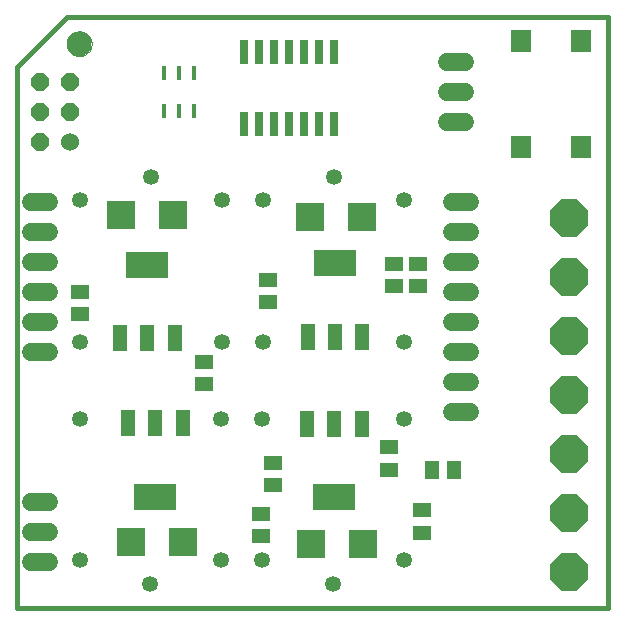
<source format=gbs>
G75*
%MOIN*%
%OFA0B0*%
%FSLAX24Y24*%
%IPPOS*%
%LPD*%
%AMOC8*
5,1,8,0,0,1.08239X$1,22.5*
%
%ADD10C,0.0160*%
%ADD11C,0.0000*%
%ADD12C,0.0827*%
%ADD13OC8,0.1250*%
%ADD14R,0.0512X0.0591*%
%ADD15C,0.0531*%
%ADD16R,0.0480X0.0880*%
%ADD17R,0.1417X0.0866*%
%ADD18R,0.0160X0.0480*%
%ADD19R,0.0591X0.0512*%
%ADD20R,0.0945X0.0945*%
%ADD21R,0.0669X0.0748*%
%ADD22C,0.0591*%
%ADD23C,0.0600*%
%ADD24OC8,0.0600*%
%ADD25C,0.0600*%
%ADD26R,0.0260X0.0800*%
D10*
X000180Y000180D02*
X019865Y000180D01*
X019865Y019865D01*
X001834Y019865D01*
X000180Y018211D01*
X000180Y000180D01*
D11*
X001834Y018979D02*
X001836Y019019D01*
X001842Y019060D01*
X001852Y019099D01*
X001865Y019137D01*
X001883Y019174D01*
X001904Y019208D01*
X001928Y019241D01*
X001955Y019271D01*
X001985Y019298D01*
X002018Y019322D01*
X002052Y019343D01*
X002089Y019361D01*
X002127Y019374D01*
X002166Y019384D01*
X002207Y019390D01*
X002247Y019392D01*
X002287Y019390D01*
X002328Y019384D01*
X002367Y019374D01*
X002405Y019361D01*
X002442Y019343D01*
X002476Y019322D01*
X002509Y019298D01*
X002539Y019271D01*
X002566Y019241D01*
X002590Y019208D01*
X002611Y019174D01*
X002629Y019137D01*
X002642Y019099D01*
X002652Y019060D01*
X002658Y019019D01*
X002660Y018979D01*
X002658Y018939D01*
X002652Y018898D01*
X002642Y018859D01*
X002629Y018821D01*
X002611Y018784D01*
X002590Y018750D01*
X002566Y018717D01*
X002539Y018687D01*
X002509Y018660D01*
X002476Y018636D01*
X002442Y018615D01*
X002405Y018597D01*
X002367Y018584D01*
X002328Y018574D01*
X002287Y018568D01*
X002247Y018566D01*
X002207Y018568D01*
X002166Y018574D01*
X002127Y018584D01*
X002089Y018597D01*
X002052Y018615D01*
X002018Y018636D01*
X001985Y018660D01*
X001955Y018687D01*
X001928Y018717D01*
X001904Y018750D01*
X001883Y018784D01*
X001865Y018821D01*
X001852Y018859D01*
X001842Y018898D01*
X001836Y018939D01*
X001834Y018979D01*
D12*
X002247Y018979D03*
D13*
X018566Y013172D03*
X018566Y011204D03*
X018566Y009235D03*
X018566Y007267D03*
X018566Y005298D03*
X018566Y003330D03*
X018566Y001361D03*
D14*
X014747Y004786D03*
X013999Y004786D03*
D15*
X013062Y006483D03*
X013086Y009034D03*
X013086Y013759D03*
X010723Y014546D03*
X008361Y013759D03*
X007003Y013759D03*
X004641Y014546D03*
X002278Y013759D03*
X002278Y009034D03*
X002255Y006483D03*
X006979Y006483D03*
X008337Y006483D03*
X008361Y009034D03*
X007003Y009034D03*
X006979Y001759D03*
X008337Y001759D03*
X010700Y000971D03*
X013062Y001759D03*
X004617Y000971D03*
X002255Y001759D03*
D16*
X003876Y006321D03*
X004786Y006321D03*
X005696Y006321D03*
X005421Y009176D03*
X004511Y009176D03*
X003601Y009176D03*
X009841Y006302D03*
X010751Y006302D03*
X011661Y006302D03*
X011680Y009216D03*
X010771Y009216D03*
X009861Y009216D03*
D17*
X010771Y011656D03*
X004511Y011617D03*
X004786Y003881D03*
X010751Y003861D03*
D18*
X006054Y016735D03*
X005554Y016735D03*
X005054Y016735D03*
X005054Y017995D03*
X005554Y017995D03*
X006054Y017995D03*
D19*
X012739Y011637D03*
X012739Y010889D03*
X013526Y010889D03*
X013526Y011637D03*
X008546Y011105D03*
X008546Y010357D03*
X006420Y008369D03*
X006420Y007621D03*
X008704Y005003D03*
X008704Y004255D03*
X008310Y003310D03*
X008310Y002562D03*
X012582Y004786D03*
X012582Y005534D03*
X013664Y003428D03*
X013664Y002680D03*
X002267Y009963D03*
X002267Y010711D03*
D20*
X003625Y013271D03*
X005357Y013271D03*
X009944Y013211D03*
X011676Y013211D03*
X011696Y002306D03*
X009963Y002306D03*
X005692Y002365D03*
X003960Y002365D03*
D21*
X016971Y015534D03*
X018979Y015534D03*
X018979Y019078D03*
X016971Y019078D03*
D22*
X015101Y018365D02*
X014511Y018365D01*
X014511Y017365D02*
X015101Y017365D01*
X015101Y016365D02*
X014511Y016365D01*
D23*
X001930Y015715D03*
D24*
X000930Y015715D03*
X000930Y016715D03*
X001930Y016715D03*
X001930Y017715D03*
X000930Y017715D03*
D25*
X001230Y013715D02*
X000630Y013715D01*
X000630Y012715D02*
X001230Y012715D01*
X001230Y011715D02*
X000630Y011715D01*
X000630Y010715D02*
X001230Y010715D01*
X001230Y009715D02*
X000630Y009715D01*
X000630Y008715D02*
X001230Y008715D01*
X001230Y003715D02*
X000630Y003715D01*
X000630Y002715D02*
X001230Y002715D01*
X001230Y001715D02*
X000630Y001715D01*
X014683Y006715D02*
X015283Y006715D01*
X015283Y007715D02*
X014683Y007715D01*
X014683Y008715D02*
X015283Y008715D01*
X015283Y009715D02*
X014683Y009715D01*
X014683Y010715D02*
X015283Y010715D01*
X015283Y011715D02*
X014683Y011715D01*
X014683Y012715D02*
X015283Y012715D01*
X015283Y013715D02*
X014683Y013715D01*
D26*
X010735Y016293D03*
X010235Y016293D03*
X009735Y016293D03*
X009235Y016293D03*
X008735Y016293D03*
X008235Y016293D03*
X007735Y016293D03*
X007735Y018713D03*
X008235Y018713D03*
X008735Y018713D03*
X009235Y018713D03*
X009735Y018713D03*
X010235Y018713D03*
X010735Y018713D03*
M02*

</source>
